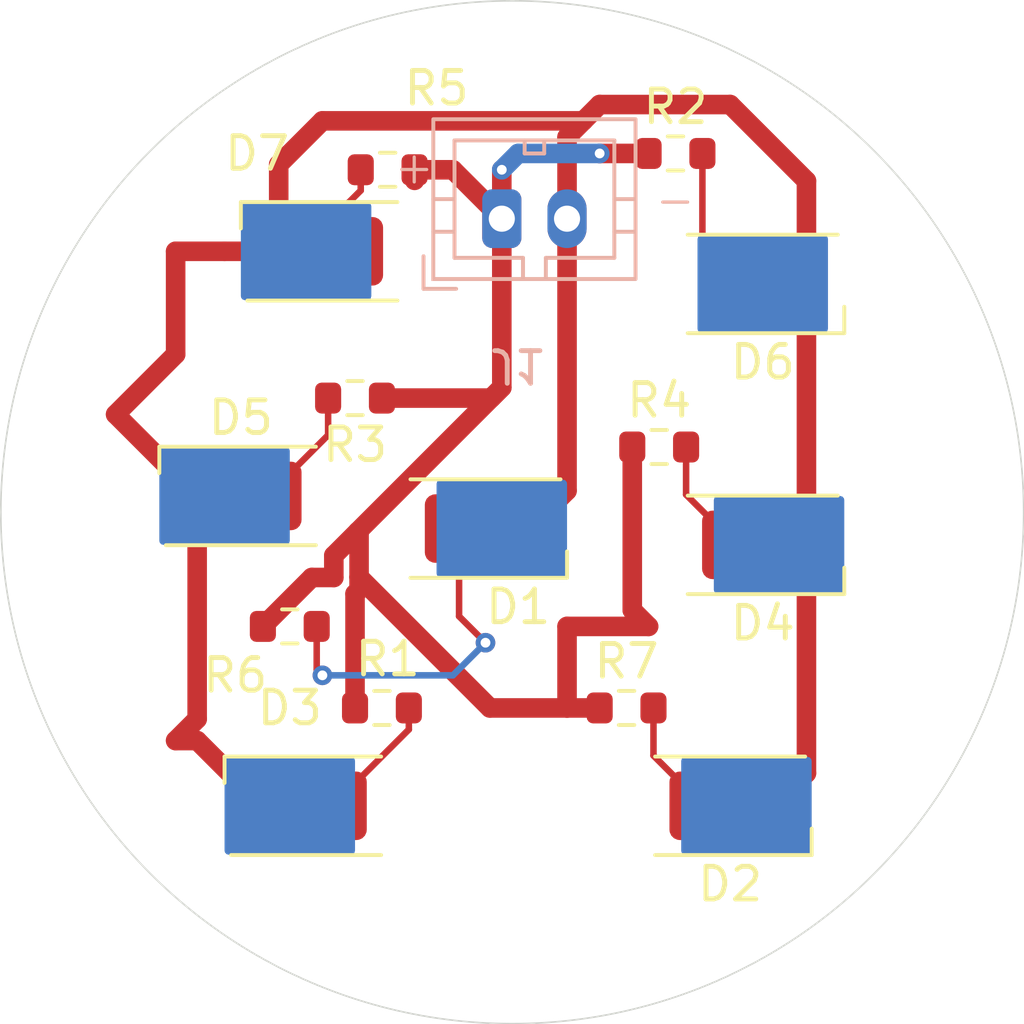
<source format=kicad_pcb>
(kicad_pcb (version 20241229) (generator "pcbnew") (generator_version "9.0")
  (layers (0 "F.Cu" signal) (2 "B.Cu" signal) (13 "F.Paste" user) (15 "B.Paste" user) (5 "F.SilkS" user "F.Silkscreen") (7 "B.SilkS" user "B.Silkscreen") (1 "F.Mask" user) (3 "B.Mask" user) (25 "Edge.Cuts" user))
  (net 0 "")
  (net 1 "GND")
  (net 2 "+3.3V")
  (net 3 "Net-(D1-A)")
  (net 4 "Net-(D2-A)")
  (net 5 "Net-(D3-A)")
  (net 6 "Net-(D4-A)")
  (net 7 "Net-(D5-A)")
  (net 8 "Net-(D6-A)")
  (net 9 "Net-(D7-A)")
  (footprint "LED_SMD:LED_Everlight-SMD3528_3.5x2.8mm_67-21ST" (layer "F.Cu") (at 120.5 97.5)
    (property "Reference" "D5" (at 0 -2.4 0) (layer "F.SilkS"))
    (property "Value" "LED")
    (fp_line (start -2.5 -1.51) (end 2.3 -1.51) (stroke (width 0.12)) (layer "F.SilkS"))
    (fp_line (start -2.5 -0.7) (end -2.5 -1.51) (stroke (width 0.12)) (layer "F.SilkS"))
    (fp_line (start -2.3 1.51) (end 2.3 1.51) (stroke (width 0.12)) (layer "F.SilkS"))
    (pad "1" smd roundrect (at -1.34 0) (size 1.1 2.1) (layers "F.Cu" "F.Mask" "F.Paste") (roundrect_rratio 0.15) (net 1 "GND"))
    (pad "2" smd roundrect (at 0.81 0) (size 2.1 2.1) (layers "F.Cu" "F.Mask" "F.Paste") (roundrect_rratio 0.15) (net 7 "Net-(D5-A)"))
  )
  (footprint "Resistor_SMD:R_0603_1608Metric" (layer "F.Cu") (at 133.825 87)
    (property "Reference" "R2" (at 0 -1.43 0) (layer "F.SilkS"))
    (property "Value" "R" (hide yes))
    (fp_line (start -0.237258 -0.5225) (end 0.237258 -0.5225) (stroke (width 0.12)) (layer "F.SilkS"))
    (fp_line (start -0.237258 0.5225) (end 0.237258 0.5225) (stroke (width 0.12)) (layer "F.SilkS"))
    (pad "1" smd roundrect (at -0.825 0) (size 0.8 0.95) (layers "F.Cu" "F.Mask" "F.Paste") (net 2 "+3.3V"))
    (pad "2" smd roundrect (at 0.825 0) (size 0.8 0.95) (layers "F.Cu" "F.Mask" "F.Paste") (net 8 "Net-(D6-A)"))
  )
  (footprint "LED_SMD:LED_Everlight-SMD3528_3.5x2.8mm_67-21ST" (layer "F.Cu") (at 135.5 107 180)
    (property "Reference" "D2" (at 0 -2.4 180) (layer "F.SilkS"))
    (property "Value" "LED")
    (fp_line (start -2.3 1.51) (end 2.3 1.51) (stroke (width 0.12)) (layer "F.SilkS"))
    (fp_line (start -2.5 -0.7) (end -2.5 -1.51) (stroke (width 0.12)) (layer "F.SilkS"))
    (fp_line (start -2.5 -1.51) (end 2.3 -1.51) (stroke (width 0.12)) (layer "F.SilkS"))
    (pad "1" smd roundrect (at -1.34 0 180) (size 1.1 2.1) (layers "F.Cu" "F.Mask" "F.Paste") (roundrect_rratio 0.15) (net 1 "GND"))
    (pad "2" smd roundrect (at 0.81 0 180) (size 2.1 2.1) (layers "F.Cu" "F.Mask" "F.Paste") (roundrect_rratio 0.15) (net 4 "Net-(D2-A)"))
  )
  (footprint "Resistor_SMD:R_0603_1608Metric" (layer "F.Cu") (at 133.325 96)
    (property "Reference" "R4" (at 0 -1.43 0) (layer "F.SilkS"))
    (property "Value" "R" (hide yes))
    (fp_line (start -0.237258 -0.5225) (end 0.237258 -0.5225) (stroke (width 0.12)) (layer "F.SilkS"))
    (fp_line (start -0.237258 0.5225) (end 0.237258 0.5225) (stroke (width 0.12)) (layer "F.SilkS"))
    (pad "1" smd roundrect (at -0.825 0) (size 0.8 0.95) (layers "F.Cu" "F.Mask" "F.Paste") (net 2 "+3.3V"))
    (pad "2" smd roundrect (at 0.825 0) (size 0.8 0.95) (layers "F.Cu" "F.Mask" "F.Paste") (net 6 "Net-(D4-A)"))
  )
  (footprint "Resistor_SMD:R_0603_1608Metric" (layer "F.Cu") (at 124.825 104)
    (property "Reference" "R1" (at 0.175 -1.5 0) (layer "F.SilkS"))
    (property "Value" "R" (hide yes))
    (fp_line (start -0.237258 -0.5225) (end 0.237258 -0.5225) (stroke (width 0.12)) (layer "F.SilkS"))
    (fp_line (start -0.237258 0.5225) (end 0.237258 0.5225) (stroke (width 0.12)) (layer "F.SilkS"))
    (pad "1" smd roundrect (at -0.825 0) (size 0.8 0.95) (layers "F.Cu" "F.Mask" "F.Paste") (net 2 "+3.3V"))
    (pad "2" smd roundrect (at 0.825 0) (size 0.8 0.95) (layers "F.Cu" "F.Mask" "F.Paste") (net 5 "Net-(D3-A)"))
  )
  (footprint "Resistor_SMD:R_0603_1608Metric" (layer "F.Cu") (at 122 101.5)
    (property "Reference" "R6" (at -1.675 1.5 0) (layer "F.SilkS"))
    (property "Value" "R" (hide yes))
    (fp_line (start -0.237258 -0.5225) (end 0.237258 -0.5225) (stroke (width 0.12)) (layer "F.SilkS"))
    (fp_line (start -0.237258 0.5225) (end 0.237258 0.5225) (stroke (width 0.12)) (layer "F.SilkS"))
    (pad "1" smd roundrect (at -0.825 0) (size 0.8 0.95) (layers "F.Cu" "F.Mask" "F.Paste") (net 2 "+3.3V"))
    (pad "2" smd roundrect (at 0.825 0) (size 0.8 0.95) (layers "F.Cu" "F.Mask" "F.Paste") (net 3 "Net-(D1-A)"))
  )
  (footprint "LED_SMD:LED_Everlight-SMD3528_3.5x2.8mm_67-21ST" (layer "F.Cu") (at 128 98.5 180)
    (property "Reference" "D1" (at -1 -2.4 180) (layer "F.SilkS"))
    (property "Value" "LED")
    (fp_line (start -2.3 1.51) (end 2.3 1.51) (stroke (width 0.12)) (layer "F.SilkS"))
    (fp_line (start -2.5 -0.7) (end -2.5 -1.51) (stroke (width 0.12)) (layer "F.SilkS"))
    (fp_line (start -2.5 -1.51) (end 2.3 -1.51) (stroke (width 0.12)) (layer "F.SilkS"))
    (pad "1" smd roundrect (at -1.34 0 180) (size 1.1 2.1) (layers "F.Cu" "F.Mask" "F.Paste") (roundrect_rratio 0.15) (net 1 "GND"))
    (pad "2" smd roundrect (at 0.81 0 180) (size 2.1 2.1) (layers "F.Cu" "F.Mask" "F.Paste") (roundrect_rratio 0.15) (net 3 "Net-(D1-A)"))
  )
  (footprint "LED_SMD:LED_Everlight-SMD3528_3.5x2.8mm_67-21ST" (layer "F.Cu") (at 136.5 99 180)
    (property "Reference" "D4" (at 0 -2.4 180) (layer "F.SilkS"))
    (property "Value" "LED")
    (fp_line (start -2.3 1.51) (end 2.3 1.51) (stroke (width 0.12)) (layer "F.SilkS"))
    (fp_line (start -2.5 -0.7) (end -2.5 -1.51) (stroke (width 0.12)) (layer "F.SilkS"))
    (fp_line (start -2.5 -1.51) (end 2.3 -1.51) (stroke (width 0.12)) (layer "F.SilkS"))
    (pad "1" smd roundrect (at -1.34 0 180) (size 1.1 2.1) (layers "F.Cu" "F.Mask" "F.Paste") (roundrect_rratio 0.15) (net 1 "GND"))
    (pad "2" smd roundrect (at 0.81 0 180) (size 2.1 2.1) (layers "F.Cu" "F.Mask" "F.Paste") (roundrect_rratio 0.15) (net 6 "Net-(D4-A)"))
  )
  (footprint "Resistor_SMD:R_0603_1608Metric" (layer "F.Cu") (at 125 87.5 180)
    (property "Reference" "R5" (at -1.5 2.5 0) (layer "F.SilkS"))
    (property "Value" "R" (hide yes))
    (fp_line (start -0.237258 0.5225) (end 0.237258 0.5225) (stroke (width 0.12)) (layer "F.SilkS"))
    (fp_line (start -0.237258 -0.5225) (end 0.237258 -0.5225) (stroke (width 0.12)) (layer "F.SilkS"))
    (pad "1" smd roundrect (at -0.825 0 180) (size 0.8 0.95) (layers "F.Cu" "F.Mask" "F.Paste") (net 2 "+3.3V"))
    (pad "2" smd roundrect (at 0.825 0 180) (size 0.8 0.95) (layers "F.Cu" "F.Mask" "F.Paste") (net 9 "Net-(D7-A)"))
  )
  (footprint "LED_SMD:LED_Everlight-SMD3528_3.5x2.8mm_67-21ST" (layer "F.Cu") (at 123 90)
    (property "Reference" "D7" (at -2 -3 0) (layer "F.SilkS"))
    (property "Value" "LED")
    (fp_line (start -2.5 -1.51) (end 2.3 -1.51) (stroke (width 0.12)) (layer "F.SilkS"))
    (fp_line (start -2.5 -0.7) (end -2.5 -1.51) (stroke (width 0.12)) (layer "F.SilkS"))
    (fp_line (start -2.3 1.51) (end 2.3 1.51) (stroke (width 0.12)) (layer "F.SilkS"))
    (pad "1" smd roundrect (at -1.34 0) (size 1.1 2.1) (layers "F.Cu" "F.Mask" "F.Paste") (roundrect_rratio 0.15) (net 1 "GND"))
    (pad "2" smd roundrect (at 0.81 0) (size 2.1 2.1) (layers "F.Cu" "F.Mask" "F.Paste") (roundrect_rratio 0.15) (net 9 "Net-(D7-A)"))
  )
  (footprint "LED_SMD:LED_Everlight-SMD3528_3.5x2.8mm_67-21ST" (layer "F.Cu") (at 136.5 91 180)
    (property "Reference" "D6" (at 0 -2.4 180) (layer "F.SilkS"))
    (property "Value" "LED")
    (fp_line (start -2.3 1.51) (end 2.3 1.51) (stroke (width 0.12)) (layer "F.SilkS"))
    (fp_line (start -2.5 -0.7) (end -2.5 -1.51) (stroke (width 0.12)) (layer "F.SilkS"))
    (fp_line (start -2.5 -1.51) (end 2.3 -1.51) (stroke (width 0.12)) (layer "F.SilkS"))
    (pad "1" smd roundrect (at -1.34 0 180) (size 1.1 2.1) (layers "F.Cu" "F.Mask" "F.Paste") (roundrect_rratio 0.15) (net 1 "GND"))
    (pad "2" smd roundrect (at 0.81 0 180) (size 2.1 2.1) (layers "F.Cu" "F.Mask" "F.Paste") (roundrect_rratio 0.15) (net 8 "Net-(D6-A)"))
  )
  (footprint "Resistor_SMD:R_0603_1608Metric" (layer "F.Cu") (at 124 94.5 180)
    (property "Reference" "R3" (at 0 -1.43 0) (layer "F.SilkS"))
    (property "Value" "R" (hide yes))
    (fp_line (start -0.237258 0.5225) (end 0.237258 0.5225) (stroke (width 0.12)) (layer "F.SilkS"))
    (fp_line (start -0.237258 -0.5225) (end 0.237258 -0.5225) (stroke (width 0.12)) (layer "F.SilkS"))
    (pad "1" smd roundrect (at -0.825 0 180) (size 0.8 0.95) (layers "F.Cu" "F.Mask" "F.Paste") (net 2 "+3.3V"))
    (pad "2" smd roundrect (at 0.825 0 180) (size 0.8 0.95) (layers "F.Cu" "F.Mask" "F.Paste") (net 7 "Net-(D5-A)"))
  )
  (footprint "Resistor_SMD:R_0603_1608Metric" (layer "F.Cu") (at 132.325 104)
    (property "Reference" "R7" (at 0 -1.43 0) (layer "F.SilkS"))
    (property "Value" "R" (hide yes))
    (fp_line (start -0.237258 -0.5225) (end 0.237258 -0.5225) (stroke (width 0.12)) (layer "F.SilkS"))
    (fp_line (start -0.237258 0.5225) (end 0.237258 0.5225) (stroke (width 0.12)) (layer "F.SilkS"))
    (pad "1" smd roundrect (at -0.825 0) (size 0.8 0.95) (layers "F.Cu" "F.Mask" "F.Paste") (net 2 "+3.3V"))
    (pad "2" smd roundrect (at 0.825 0) (size 0.8 0.95) (layers "F.Cu" "F.Mask" "F.Paste") (net 4 "Net-(D2-A)"))
  )
  (footprint "LED_SMD:LED_Everlight-SMD3528_3.5x2.8mm_67-21ST" (layer "F.Cu") (at 122.5 107)
    (property "Reference" "D3" (at -0.5 -3 0) (layer "F.SilkS"))
    (property "Value" "LED")
    (fp_line (start -2.5 -1.51) (end 2.3 -1.51) (stroke (width 0.12)) (layer "F.SilkS"))
    (fp_line (start -2.5 -0.7) (end -2.5 -1.51) (stroke (width 0.12)) (layer "F.SilkS"))
    (fp_line (start -2.3 1.51) (end 2.3 1.51) (stroke (width 0.12)) (layer "F.SilkS"))
    (pad "1" smd roundrect (at -1.34 0) (size 1.1 2.1) (layers "F.Cu" "F.Mask" "F.Paste") (roundrect_rratio 0.15) (net 1 "GND"))
    (pad "2" smd roundrect (at 0.81 0) (size 2.1 2.1) (layers "F.Cu" "F.Mask" "F.Paste") (roundrect_rratio 0.15) (net 5 "Net-(D3-A)"))
  )
  (footprint "Connector_TE-Connectivity:TE_440054-2_1x02_P2.00mm_Vertical" (layer "B.Cu") (at 128.5 89)
    (property "Reference" "J1" (at 0.5 4.5 180) (layer "B.SilkS") (effects (justify mirror)))
    (property "Value" "Conn_01x02_Pin" (hide yes))
    (fp_line (start -2.4 2.15) (end -2.4 1.15) (stroke (width 0.12)) (layer "B.SilkS"))
    (fp_line (start -2.4 2.15) (end -1.4 2.15) (stroke (width 0.12)) (layer "B.SilkS"))
    (fp_line (start -2.1 -0.6) (end -1.45 -0.6) (stroke (width 0.12)) (layer "B.SilkS"))
    (fp_line (start -2.1 0.4) (end -1.45 0.4) (stroke (width 0.12)) (layer "B.SilkS"))
    (fp_line (start -1.45 -2.4) (end -1.45 1.2) (stroke (width 0.12)) (layer "B.SilkS"))
    (fp_line (start -1.45 1.2) (end 0.65 1.2) (stroke (width 0.12)) (layer "B.SilkS"))
    (fp_line (start 0.65 1.85) (end 0.65 1.2) (stroke (width 0.12)) (layer "B.SilkS"))
    (fp_line (start 0.7 -2.4) (end 0.7 -2) (stroke (width 0.12)) (layer "B.SilkS"))
    (fp_line (start 0.7 -2) (end 1.3 -2) (stroke (width 0.12)) (layer "B.SilkS"))
    (fp_line (start 1.3 -2) (end 1.3 -2.4) (stroke (width 0.12)) (layer "B.SilkS"))
    (fp_line (start 1.35 1.85) (end 1.35 1.2) (stroke (width 0.12)) (layer "B.SilkS"))
    (fp_line (start 3.45 -2.4) (end -1.45 -2.4) (stroke (width 0.12)) (layer "B.SilkS"))
    (fp_line (start 3.45 -0.6) (end 4.1 -0.6) (stroke (width 0.12)) (layer "B.SilkS"))
    (fp_line (start 3.45 0.4) (end 4.1 0.4) (stroke (width 0.12)) (layer "B.SilkS"))
    (fp_line (start 3.45 1.2) (end 1.35 1.2) (stroke (width 0.12)) (layer "B.SilkS"))
    (fp_line (start 3.45 1.2) (end 3.45 -2.4) (stroke (width 0.12)) (layer "B.SilkS"))
    (fp_rect (start -2.1 1.85) (end 4.1 -3.05) (stroke (width 0.12)) (fill no) (layer "B.SilkS"))
    (pad "1" thru_hole roundrect (at 0 0) (size 1.2 1.8) (drill 0.8) (layers "*.Cu" "*.Mask") (net 2 "+3.3V"))
    (pad "2" thru_hole oval (at 2 0) (size 1.2 1.8) (drill 0.8) (layers "*.Cu" "*.Mask") (net 1 "GND"))
  )
  (gr_circle (center 128.820142 98) (end 130.320142 82.392055) (stroke (width 0.05)) (fill no) (layer "Edge.Cuts"))
  (gr_text "+" (at 126.5 88 -0) (layer "B.SilkS") (effects (font (size 1 1) (thickness 0.1)) (justify left bottom mirror)))
  (gr_text "-" (at 134.5 89 -0) (layer "B.SilkS") (effects (font (size 1 1) (thickness 0.1)) (justify left bottom mirror)))
  (segment (start 137.84 99) (end 137.84 98.66) (width 0.6) (layer "F.Cu") (net 1))
  (segment (start 120 90) (end 118.5 90) (width 0.6) (layer "F.Cu") (net 1))
  (segment (start 119.16 105) (end 121.16 107) (width 0.6) (layer "F.Cu") (net 1))
  (segment (start 119.16 97.5) (end 119.16 104.34) (width 0.6) (layer "F.Cu") (net 1))
  (segment (start 120 90) (end 121.66 90) (width 0.6) (layer "F.Cu") (net 1))
  (segment (start 131 86) (end 130.5 86.5) (width 0.6) (layer "F.Cu") (net 1))
  (segment (start 136.84 107) (end 137.84 106) (width 0.6) (layer "F.Cu") (net 1))
  (segment (start 130.5 86.5) (end 130.5 89) (width 0.6) (layer "F.Cu") (net 1))
  (segment (start 137.84 91) (end 137.84 99) (width 0.6) (layer "F.Cu") (net 1))
  (segment (start 123 86) (end 121.66 87.34) (width 0.6) (layer "F.Cu") (net 1))
  (segment (start 116.66 95) (end 119.16 97.5) (width 0.6) (layer "F.Cu") (net 1))
  (segment (start 118.5 105) (end 119.16 105) (width 0.6) (layer "F.Cu") (net 1))
  (segment (start 137.84 106) (end 137.84 99) (width 0.6) (layer "F.Cu") (net 1))
  (segment (start 121.66 87.34) (end 121.66 90) (width 0.6) (layer "F.Cu") (net 1))
  (segment (start 137.84 87.84) (end 135.5 85.5) (width 0.6) (layer "F.Cu") (net 1))
  (segment (start 130.5 97.34) (end 129.34 98.5) (width 0.6) (layer "F.Cu") (net 1))
  (segment (start 135.5 85.5) (end 131.5 85.5) (width 0.6) (layer "F.Cu") (net 1))
  (segment (start 118.5 90) (end 118.5 93.16) (width 0.6) (layer "F.Cu") (net 1))
  (segment (start 137.84 91) (end 137.84 87.84) (width 0.6) (layer "F.Cu") (net 1))
  (segment (start 119.16 104.34) (end 118.5 105) (width 0.6) (layer "F.Cu") (net 1))
  (segment (start 118.5 93.16) (end 116.66 95) (width 0.6) (layer "F.Cu") (net 1))
  (segment (start 131.5 85.5) (end 131 86) (width 0.6) (layer "F.Cu") (net 1))
  (segment (start 131 86) (end 123 86) (width 0.6) (layer "F.Cu") (net 1))
  (segment (start 130.5 89) (end 130.5 97.34) (width 0.6) (layer "F.Cu") (net 1))
  (segment (start 121.175 101.5) (end 122.675 100) (width 0.6) (layer "F.Cu") (net 2))
  (segment (start 133 87) (end 131.5 87) (width 0.6) (layer "F.Cu") (net 2))
  (segment (start 125.825 87.5) (end 127 87.5) (width 0.6) (layer "F.Cu") (net 2))
  (segment (start 128.5 94.175) (end 128.5 89) (width 0.6) (layer "F.Cu") (net 2))
  (segment (start 124.124 98.624) (end 124.0875 98.5875) (width 0.6) (layer "F.Cu") (net 2))
  (segment (start 132.5 101) (end 132.5 96) (width 0.6) (layer "F.Cu") (net 2))
  (segment (start 123.35 99.325) (end 124.0875 98.5875) (width 0.6) (layer "F.Cu") (net 2))
  (segment (start 128.175 94.5) (end 124.825 94.5) (width 0.6) (layer "F.Cu") (net 2))
  (segment (start 122.675 100) (end 123.35 100) (width 0.6) (layer "F.Cu") (net 2))
  (segment (start 124.0875 98.5875) (end 128.5 94.175) (width 0.6) (layer "F.Cu") (net 2))
  (segment (start 124.124 99.988064) (end 124.124 100.376) (width 0.6) (layer "F.Cu") (net 2))
  (segment (start 128.5 87.5) (end 128.5 89) (width 0.6) (layer "F.Cu") (net 2))
  (segment (start 123.35 100) (end 123.35 99.325) (width 0.6) (layer "F.Cu") (net 2))
  (segment (start 130.5 101.5) (end 133 101.5) (width 0.6) (layer "F.Cu") (net 2))
  (segment (start 133 101.5) (end 132.5 101) (width 0.6) (layer "F.Cu") (net 2))
  (segment (start 124.124 99.988064) (end 124.124 98.624) (width 0.6) (layer "F.Cu") (net 2))
  (segment (start 125.825 87.825) (end 125.825 87.5) (width 0.6) (layer "F.Cu") (net 2))
  (segment (start 124 100.5) (end 124 104) (width 0.6) (layer "F.Cu") (net 2))
  (segment (start 124.124 100.376) (end 124 100.5) (width 0.6) (layer "F.Cu") (net 2))
  (segment (start 130.5 104) (end 131.5 104) (width 0.6) (layer "F.Cu") (net 2))
  (segment (start 127 87.5) (end 128.5 89) (width 0.6) (layer "F.Cu") (net 2))
  (segment (start 128.135936 104) (end 130.5 104) (width 0.6) (layer "F.Cu") (net 2))
  (segment (start 130.5 104) (end 130.5 101.5) (width 0.6) (layer "F.Cu") (net 2))
  (segment (start 124.124 99.988064) (end 128.135936 104) (width 0.6) (layer "F.Cu") (net 2))
  (segment (start 128.5 94.175) (end 128.175 94.5) (width 0.6) (layer "F.Cu") (net 2))
  (via (at 128.5 87.5) (size 0.6) (drill 0.3) (layers "F.Cu" "B.Cu") (net 2))
  (via (at 131.5 87) (size 0.6) (drill 0.3) (layers "F.Cu" "B.Cu") (net 2))
  (segment (start 131.5 87) (end 129 87) (width 0.6) (layer "B.Cu") (net 2))
  (segment (start 129 87) (end 128.5 87.5) (width 0.6) (layer "B.Cu") (net 2))
  (segment (start 122.825 102.825) (end 123 103) (width 0.2) (layer "F.Cu") (net 3))
  (segment (start 122.825 101.5) (end 122.825 102.825) (width 0.2) (layer "F.Cu") (net 3))
  (segment (start 127.19 101.19) (end 127.19 98.5) (width 0.2) (layer "F.Cu") (net 3))
  (segment (start 128 102) (end 127.19 101.19) (width 0.2) (layer "F.Cu") (net 3))
  (via (at 123 103) (size 0.6) (drill 0.3) (layers "F.Cu" "B.Cu") (net 3))
  (via (at 128 102) (size 0.6) (drill 0.3) (layers "F.Cu" "B.Cu") (net 3))
  (segment (start 127 103) (end 128 102) (width 0.2) (layer "B.Cu") (net 3))
  (segment (start 123 103) (end 127 103) (width 0.2) (layer "B.Cu") (net 3))
  (segment (start 133.15 105.46) (end 134.69 107) (width 0.2) (layer "F.Cu") (net 4))
  (segment (start 133.15 104) (end 133.15 105.46) (width 0.2) (layer "F.Cu") (net 4))
  (segment (start 125.65 104.66) (end 125.65 104) (width 0.2) (layer "F.Cu") (net 5))
  (segment (start 123.31 107) (end 125.65 104.66) (width 0.2) (layer "F.Cu") (net 5))
  (segment (start 134.15 96) (end 134.15 97.46) (width 0.2) (layer "F.Cu") (net 6))
  (segment (start 134.15 97.46) (end 135.69 99) (width 0.2) (layer "F.Cu") (net 6))
  (segment (start 123.175 95.635) (end 121.31 97.5) (width 0.2) (layer "F.Cu") (net 7))
  (segment (start 123.175 94.5) (end 123.175 95.635) (width 0.2) (layer "F.Cu") (net 7))
  (segment (start 134.65 89.96) (end 135.69 91) (width 0.2) (layer "F.Cu") (net 8))
  (segment (start 134.65 87) (end 134.65 89.96) (width 0.2) (layer "F.Cu") (net 8))
  (segment (start 123.81 88.5) (end 123.81 90) (width 0.2) (layer "F.Cu") (net 9))
  (segment (start 124.175 88.135) (end 123.81 88.5) (width 0.2) (layer "F.Cu") (net 9))
  (segment (start 124.175 87.5) (end 124.175 88.135) (width 0.2) (layer "F.Cu") (net 9))
  (zone (net 0) (net_name "") (layer "B.Cu") (connect_pads (clearance 0.5)) (min_thickness 0.25) (fill yes (thermal_gap 0.5) (thermal_bridge_width 0.5) (island_removal_mode 1) (island_area_min 10))
    (polygon (pts (xy 135 97.5) (xy 139 97.5) (xy 139 100.5) (xy 135 100.5)))
  )
  (zone (net 0) (net_name "") (layer "B.Cu") (connect_pads (clearance 0.5)) (min_thickness 0.25) (fill yes (thermal_gap 0.5) (thermal_bridge_width 0.5) (island_removal_mode 1) (island_area_min 10))
    (polygon (pts (xy 120 105.5) (xy 124 105.5) (xy 124 108.5) (xy 120 108.5)))
  )
  (zone (net 0) (net_name "") (layer "B.Cu") (connect_pads (clearance 0.5)) (min_thickness 0.25) (fill yes (thermal_gap 0.5) (thermal_bridge_width 0.5) (island_removal_mode 1) (island_area_min 10))
    (polygon (pts (xy 134.5 89.5) (xy 138.5 89.5) (xy 138.5 92.5) (xy 134.5 92.5)))
  )
  (zone (net 0) (net_name "") (layer "B.Cu") (connect_pads (clearance 0.5)) (min_thickness 0.25) (fill yes (thermal_gap 0.5) (thermal_bridge_width 0.5) (island_removal_mode 1) (island_area_min 10))
    (polygon (pts (xy 134 105.5) (xy 138 105.5) (xy 138 108.5) (xy 134 108.5)))
  )
  (zone (net 0) (net_name "") (layer "B.Cu") (connect_pads (clearance 0.5)) (min_thickness 0.25) (fill yes (thermal_gap 0.5) (thermal_bridge_width 0.5) (island_removal_mode 1) (island_area_min 10))
    (polygon (pts (xy 126.5 97) (xy 130.5 97) (xy 130.5 100) (xy 126.5 100)))
  )
  (zone (net 0) (net_name "") (layer "B.Cu") (connect_pads (clearance 0.5)) (min_thickness 0.25) (fill yes (thermal_gap 0.5) (thermal_bridge_width 0.5) (island_removal_mode 1) (island_area_min 10))
    (polygon (pts (xy 120.5 88.5) (xy 124.5 88.5) (xy 124.5 91.5) (xy 120.5 91.5)))
  )
  (zone (net 0) (net_name "") (layer "B.Cu") (connect_pads (clearance 0.5)) (min_thickness 0.25) (fill yes (thermal_gap 0.5) (thermal_bridge_width 0.5) (island_removal_mode 1) (island_area_min 10))
    (polygon (pts (xy 118 96) (xy 122 96) (xy 122 99) (xy 118 99)))
  )
)
</source>
